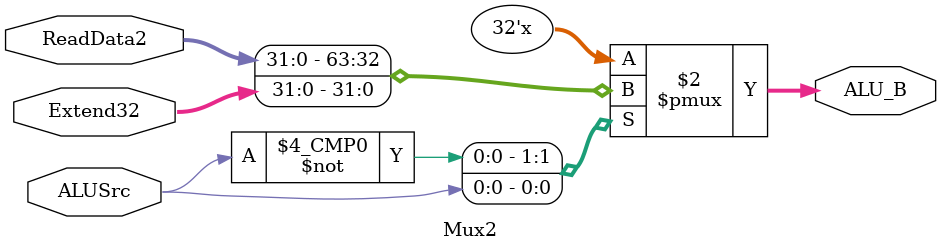
<source format=v>
module Mux2 (ALUSrc, ReadData2, Extend32, ALU_B);

	input ALUSrc;
	input [31:0] ReadData2,Extend32;	
	
	output reg [31:0] ALU_B;
	
	always @(ALUSrc, ReadData2, Extend32) begin
		case (ALUSrc)
			0: ALU_B <= ReadData2 ;
			1: ALU_B <= Extend32;
		endcase
	end
endmodule
</source>
